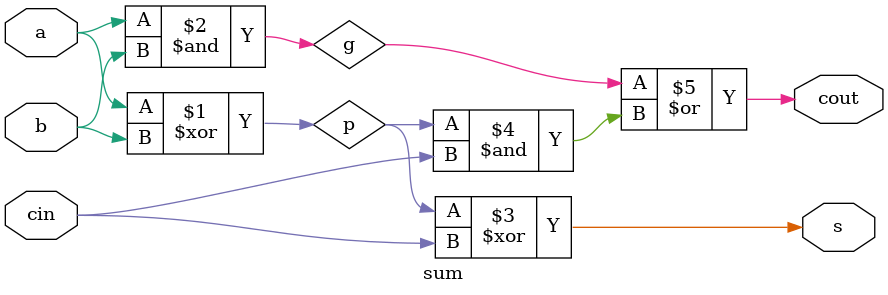
<source format=v>
`timescale 1ns / 1ps

module sum (
    input a,
    input b,
    input cin,
    output s,
    output cout
);

wire p, g;

assign p=a^b;
assign g=a&b;
assign s=p^cin;
assign cout=g|(p&cin);
endmodule
</source>
